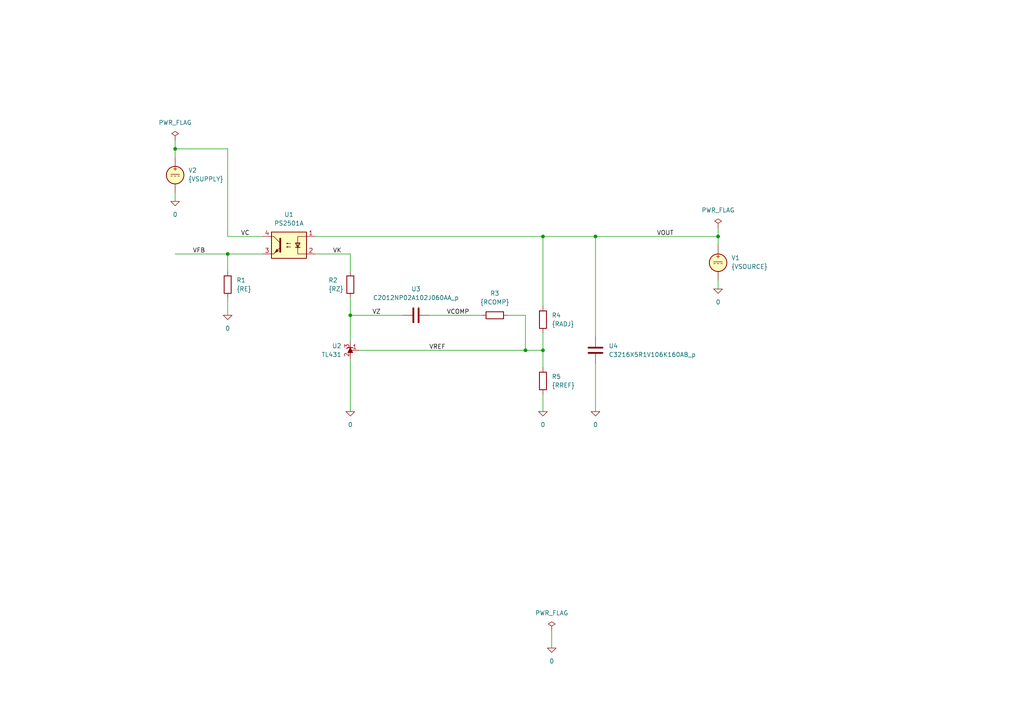
<source format=kicad_sch>
(kicad_sch
	(version 20231120)
	(generator "eeschema")
	(generator_version "8.0")
	(uuid "6ca412bc-932a-4754-b02f-e4f2e1ab4c93")
	(paper "A4")
	(title_block
		(title "Optocoupling voltage feedback")
		(date "2024-12-21")
		(rev "2")
		(company "astroelectronic@")
		(comment 1 "-")
		(comment 2 "-")
		(comment 3 "-")
		(comment 4 "AE01020431")
	)
	(lib_symbols
		(symbol "TL431:0"
			(power)
			(pin_names
				(offset 0)
			)
			(exclude_from_sim no)
			(in_bom yes)
			(on_board yes)
			(property "Reference" "#GND"
				(at 0 -2.54 0)
				(effects
					(font
						(size 1.27 1.27)
					)
					(hide yes)
				)
			)
			(property "Value" "0"
				(at 0 -1.778 0)
				(effects
					(font
						(size 1.27 1.27)
					)
				)
			)
			(property "Footprint" ""
				(at 0 0 0)
				(effects
					(font
						(size 1.27 1.27)
					)
					(hide yes)
				)
			)
			(property "Datasheet" "~"
				(at 0 0 0)
				(effects
					(font
						(size 1.27 1.27)
					)
					(hide yes)
				)
			)
			(property "Description" "0V reference potential for simulation"
				(at 0 0 0)
				(effects
					(font
						(size 1.27 1.27)
					)
					(hide yes)
				)
			)
			(property "ki_keywords" "simulation"
				(at 0 0 0)
				(effects
					(font
						(size 1.27 1.27)
					)
					(hide yes)
				)
			)
			(symbol "0_0_1"
				(polyline
					(pts
						(xy -1.27 0) (xy 0 -1.27) (xy 1.27 0) (xy -1.27 0)
					)
					(stroke
						(width 0)
						(type default)
					)
					(fill
						(type none)
					)
				)
			)
			(symbol "0_1_1"
				(pin power_in line
					(at 0 0 0)
					(length 0) hide
					(name "0"
						(effects
							(font
								(size 1.016 1.016)
							)
						)
					)
					(number "1"
						(effects
							(font
								(size 1.016 1.016)
							)
						)
					)
				)
			)
		)
		(symbol "TL431:C"
			(pin_numbers hide)
			(pin_names
				(offset 0.254)
			)
			(exclude_from_sim no)
			(in_bom yes)
			(on_board yes)
			(property "Reference" "C"
				(at 0.635 2.54 0)
				(effects
					(font
						(size 1.27 1.27)
					)
					(justify left)
				)
			)
			(property "Value" "C"
				(at 0.635 -2.54 0)
				(effects
					(font
						(size 1.27 1.27)
					)
					(justify left)
				)
			)
			(property "Footprint" ""
				(at 0.9652 -3.81 0)
				(effects
					(font
						(size 1.27 1.27)
					)
					(hide yes)
				)
			)
			(property "Datasheet" "~"
				(at 0 0 0)
				(effects
					(font
						(size 1.27 1.27)
					)
					(hide yes)
				)
			)
			(property "Description" "Unpolarized capacitor"
				(at 0 0 0)
				(effects
					(font
						(size 1.27 1.27)
					)
					(hide yes)
				)
			)
			(property "ki_keywords" "cap capacitor"
				(at 0 0 0)
				(effects
					(font
						(size 1.27 1.27)
					)
					(hide yes)
				)
			)
			(property "ki_fp_filters" "C_*"
				(at 0 0 0)
				(effects
					(font
						(size 1.27 1.27)
					)
					(hide yes)
				)
			)
			(symbol "C_0_1"
				(polyline
					(pts
						(xy -2.032 -0.762) (xy 2.032 -0.762)
					)
					(stroke
						(width 0.508)
						(type default)
					)
					(fill
						(type none)
					)
				)
				(polyline
					(pts
						(xy -2.032 0.762) (xy 2.032 0.762)
					)
					(stroke
						(width 0.508)
						(type default)
					)
					(fill
						(type none)
					)
				)
			)
			(symbol "C_1_1"
				(pin passive line
					(at 0 3.81 270)
					(length 2.794)
					(name "~"
						(effects
							(font
								(size 1.27 1.27)
							)
						)
					)
					(number "1"
						(effects
							(font
								(size 1.27 1.27)
							)
						)
					)
				)
				(pin passive line
					(at 0 -3.81 90)
					(length 2.794)
					(name "~"
						(effects
							(font
								(size 1.27 1.27)
							)
						)
					)
					(number "2"
						(effects
							(font
								(size 1.27 1.27)
							)
						)
					)
				)
			)
		)
		(symbol "TL431:PS2501A"
			(pin_names
				(offset 1.016)
			)
			(exclude_from_sim no)
			(in_bom yes)
			(on_board yes)
			(property "Reference" "U"
				(at -5.08 6.35 0)
				(effects
					(font
						(size 1.27 1.27)
					)
					(justify left)
				)
			)
			(property "Value" "PS2501A"
				(at -5.08 -6.35 0)
				(effects
					(font
						(size 1.27 1.27)
					)
					(justify left)
				)
			)
			(property "Footprint" ""
				(at 0 -8.89 0)
				(effects
					(font
						(size 1.27 1.27)
						(italic yes)
					)
					(hide yes)
				)
			)
			(property "Datasheet" "~"
				(at 0 -1.27 0)
				(effects
					(font
						(size 1.27 1.27)
					)
					(justify left)
					(hide yes)
				)
			)
			(property "Description" ""
				(at 0 0 0)
				(effects
					(font
						(size 1.27 1.27)
					)
					(hide yes)
				)
			)
			(property "ki_fp_filters" "SMDIP*W9.53mm*Clearance8mm*"
				(at 0 0 0)
				(effects
					(font
						(size 1.27 1.27)
					)
					(hide yes)
				)
			)
			(symbol "PS2501A_0_1"
				(rectangle
					(start -5.08 3.81)
					(end 5.08 -3.81)
					(stroke
						(width 0.254)
						(type default)
					)
					(fill
						(type background)
					)
				)
				(polyline
					(pts
						(xy -3.175 -0.635) (xy -1.905 -0.635)
					)
					(stroke
						(width 0.254)
						(type default)
					)
					(fill
						(type none)
					)
				)
				(polyline
					(pts
						(xy 2.54 0.635) (xy 4.445 2.54)
					)
					(stroke
						(width 0)
						(type default)
					)
					(fill
						(type none)
					)
				)
				(polyline
					(pts
						(xy 4.445 -2.54) (xy 2.54 -0.635)
					)
					(stroke
						(width 0)
						(type default)
					)
					(fill
						(type outline)
					)
				)
				(polyline
					(pts
						(xy 4.445 -2.54) (xy 5.08 -2.54)
					)
					(stroke
						(width 0)
						(type default)
					)
					(fill
						(type none)
					)
				)
				(polyline
					(pts
						(xy 4.445 2.54) (xy 5.08 2.54)
					)
					(stroke
						(width 0)
						(type default)
					)
					(fill
						(type none)
					)
				)
				(polyline
					(pts
						(xy -2.54 -0.635) (xy -2.54 -2.54) (xy -5.08 -2.54)
					)
					(stroke
						(width 0)
						(type default)
					)
					(fill
						(type none)
					)
				)
				(polyline
					(pts
						(xy 2.54 1.905) (xy 2.54 -1.905) (xy 2.54 -1.905)
					)
					(stroke
						(width 0.508)
						(type default)
					)
					(fill
						(type none)
					)
				)
				(polyline
					(pts
						(xy -5.08 2.54) (xy -2.54 2.54) (xy -2.54 -1.27) (xy -2.54 0.635)
					)
					(stroke
						(width 0)
						(type default)
					)
					(fill
						(type none)
					)
				)
				(polyline
					(pts
						(xy -2.54 -0.635) (xy -3.175 0.635) (xy -1.905 0.635) (xy -2.54 -0.635)
					)
					(stroke
						(width 0.254)
						(type default)
					)
					(fill
						(type none)
					)
				)
				(polyline
					(pts
						(xy -0.508 -0.508) (xy 0.762 -0.508) (xy 0.381 -0.635) (xy 0.381 -0.381) (xy 0.762 -0.508)
					)
					(stroke
						(width 0)
						(type default)
					)
					(fill
						(type none)
					)
				)
				(polyline
					(pts
						(xy -0.508 0.508) (xy 0.762 0.508) (xy 0.381 0.381) (xy 0.381 0.635) (xy 0.762 0.508)
					)
					(stroke
						(width 0)
						(type default)
					)
					(fill
						(type none)
					)
				)
				(polyline
					(pts
						(xy 3.048 -1.651) (xy 3.556 -1.143) (xy 4.064 -2.159) (xy 3.048 -1.651) (xy 3.048 -1.651)
					)
					(stroke
						(width 0)
						(type default)
					)
					(fill
						(type outline)
					)
				)
			)
			(symbol "PS2501A_1_1"
				(pin passive line
					(at -7.62 2.54 0)
					(length 2.54)
					(name "~"
						(effects
							(font
								(size 1.27 1.27)
							)
						)
					)
					(number "1"
						(effects
							(font
								(size 1.27 1.27)
							)
						)
					)
				)
				(pin passive line
					(at -7.62 -2.54 0)
					(length 2.54)
					(name "~"
						(effects
							(font
								(size 1.27 1.27)
							)
						)
					)
					(number "2"
						(effects
							(font
								(size 1.27 1.27)
							)
						)
					)
				)
				(pin passive line
					(at 7.62 -2.54 180)
					(length 2.54)
					(name "~"
						(effects
							(font
								(size 1.27 1.27)
							)
						)
					)
					(number "3"
						(effects
							(font
								(size 1.27 1.27)
							)
						)
					)
				)
				(pin passive line
					(at 7.62 2.54 180)
					(length 2.54)
					(name "~"
						(effects
							(font
								(size 1.27 1.27)
							)
						)
					)
					(number "4"
						(effects
							(font
								(size 1.27 1.27)
							)
						)
					)
				)
			)
		)
		(symbol "TL431:PWR_FLAG"
			(power)
			(pin_numbers hide)
			(pin_names
				(offset 0) hide)
			(exclude_from_sim no)
			(in_bom yes)
			(on_board yes)
			(property "Reference" "#FLG"
				(at 0 1.905 0)
				(effects
					(font
						(size 1.27 1.27)
					)
					(hide yes)
				)
			)
			(property "Value" "PWR_FLAG"
				(at 0 3.81 0)
				(effects
					(font
						(size 1.27 1.27)
					)
				)
			)
			(property "Footprint" ""
				(at 0 0 0)
				(effects
					(font
						(size 1.27 1.27)
					)
					(hide yes)
				)
			)
			(property "Datasheet" "~"
				(at 0 0 0)
				(effects
					(font
						(size 1.27 1.27)
					)
					(hide yes)
				)
			)
			(property "Description" "Special symbol for telling ERC where power comes from"
				(at 0 0 0)
				(effects
					(font
						(size 1.27 1.27)
					)
					(hide yes)
				)
			)
			(property "ki_keywords" "flag power"
				(at 0 0 0)
				(effects
					(font
						(size 1.27 1.27)
					)
					(hide yes)
				)
			)
			(symbol "PWR_FLAG_0_0"
				(pin power_out line
					(at 0 0 90)
					(length 0)
					(name "pwr"
						(effects
							(font
								(size 1.27 1.27)
							)
						)
					)
					(number "1"
						(effects
							(font
								(size 1.27 1.27)
							)
						)
					)
				)
			)
			(symbol "PWR_FLAG_0_1"
				(polyline
					(pts
						(xy 0 0) (xy 0 1.27) (xy -1.016 1.905) (xy 0 2.54) (xy 1.016 1.905) (xy 0 1.27)
					)
					(stroke
						(width 0)
						(type default)
					)
					(fill
						(type none)
					)
				)
			)
		)
		(symbol "TL431:R"
			(pin_numbers hide)
			(pin_names
				(offset 0)
			)
			(exclude_from_sim no)
			(in_bom yes)
			(on_board yes)
			(property "Reference" "R"
				(at 2.032 0 90)
				(effects
					(font
						(size 1.27 1.27)
					)
				)
			)
			(property "Value" "R"
				(at 0 0 90)
				(effects
					(font
						(size 1.27 1.27)
					)
				)
			)
			(property "Footprint" ""
				(at -1.778 0 90)
				(effects
					(font
						(size 1.27 1.27)
					)
					(hide yes)
				)
			)
			(property "Datasheet" "~"
				(at 0 0 0)
				(effects
					(font
						(size 1.27 1.27)
					)
					(hide yes)
				)
			)
			(property "Description" "Resistor"
				(at 0 0 0)
				(effects
					(font
						(size 1.27 1.27)
					)
					(hide yes)
				)
			)
			(property "ki_keywords" "R res resistor"
				(at 0 0 0)
				(effects
					(font
						(size 1.27 1.27)
					)
					(hide yes)
				)
			)
			(property "ki_fp_filters" "R_*"
				(at 0 0 0)
				(effects
					(font
						(size 1.27 1.27)
					)
					(hide yes)
				)
			)
			(symbol "R_0_1"
				(rectangle
					(start -1.016 -2.54)
					(end 1.016 2.54)
					(stroke
						(width 0.254)
						(type default)
					)
					(fill
						(type none)
					)
				)
			)
			(symbol "R_1_1"
				(pin passive line
					(at 0 3.81 270)
					(length 1.27)
					(name "~"
						(effects
							(font
								(size 1.27 1.27)
							)
						)
					)
					(number "1"
						(effects
							(font
								(size 1.27 1.27)
							)
						)
					)
				)
				(pin passive line
					(at 0 -3.81 90)
					(length 1.27)
					(name "~"
						(effects
							(font
								(size 1.27 1.27)
							)
						)
					)
					(number "2"
						(effects
							(font
								(size 1.27 1.27)
							)
						)
					)
				)
			)
		)
		(symbol "TL431:TL431LP"
			(pin_names hide)
			(exclude_from_sim no)
			(in_bom yes)
			(on_board yes)
			(property "Reference" "U"
				(at -2.54 2.54 0)
				(effects
					(font
						(size 1.27 1.27)
					)
				)
			)
			(property "Value" "TL431LP"
				(at 0 -2.54 0)
				(effects
					(font
						(size 1.27 1.27)
					)
				)
			)
			(property "Footprint" "Package_TO_SOT_THT:TO-92_Inline"
				(at 0 -3.81 0)
				(effects
					(font
						(size 1.27 1.27)
						(italic yes)
					)
					(hide yes)
				)
			)
			(property "Datasheet" "http://www.ti.com/lit/ds/symlink/tl431.pdf"
				(at 0 0 0)
				(effects
					(font
						(size 1.27 1.27)
						(italic yes)
					)
					(hide yes)
				)
			)
			(property "Description" "Shunt Regulator, TO-92"
				(at 0 0 0)
				(effects
					(font
						(size 1.27 1.27)
					)
					(hide yes)
				)
			)
			(property "ki_keywords" "diode device regulator shunt"
				(at 0 0 0)
				(effects
					(font
						(size 1.27 1.27)
					)
					(hide yes)
				)
			)
			(property "ki_fp_filters" "TO*92*"
				(at 0 0 0)
				(effects
					(font
						(size 1.27 1.27)
					)
					(hide yes)
				)
			)
			(symbol "TL431LP_0_1"
				(polyline
					(pts
						(xy -1.27 0) (xy 0 0) (xy 1.27 0)
					)
					(stroke
						(width 0)
						(type default)
					)
					(fill
						(type none)
					)
				)
				(polyline
					(pts
						(xy -0.762 0.762) (xy 0.762 0) (xy -0.762 -0.762)
					)
					(stroke
						(width 0)
						(type default)
					)
					(fill
						(type outline)
					)
				)
				(polyline
					(pts
						(xy 0.508 -1.016) (xy 0.762 -0.762) (xy 0.762 0.762) (xy 0.762 0.762)
					)
					(stroke
						(width 0.254)
						(type default)
					)
					(fill
						(type none)
					)
				)
			)
			(symbol "TL431LP_1_1"
				(pin passive line
					(at 0 2.54 270)
					(length 2.54)
					(name "REF"
						(effects
							(font
								(size 1.27 1.27)
							)
						)
					)
					(number "1"
						(effects
							(font
								(size 1.27 1.27)
							)
						)
					)
				)
				(pin passive line
					(at -2.54 0 0)
					(length 2.54)
					(name "A"
						(effects
							(font
								(size 1.27 1.27)
							)
						)
					)
					(number "2"
						(effects
							(font
								(size 1.27 1.27)
							)
						)
					)
				)
				(pin passive line
					(at 2.54 0 180)
					(length 2.54)
					(name "K"
						(effects
							(font
								(size 1.27 1.27)
							)
						)
					)
					(number "3"
						(effects
							(font
								(size 1.27 1.27)
							)
						)
					)
				)
			)
		)
		(symbol "TL431:VDC"
			(pin_numbers hide)
			(pin_names
				(offset 0.0254)
			)
			(exclude_from_sim no)
			(in_bom yes)
			(on_board yes)
			(property "Reference" "V"
				(at 2.54 2.54 0)
				(effects
					(font
						(size 1.27 1.27)
					)
					(justify left)
				)
			)
			(property "Value" "1"
				(at 2.54 0 0)
				(effects
					(font
						(size 1.27 1.27)
					)
					(justify left)
				)
			)
			(property "Footprint" ""
				(at 0 0 0)
				(effects
					(font
						(size 1.27 1.27)
					)
					(hide yes)
				)
			)
			(property "Datasheet" "~"
				(at 0 0 0)
				(effects
					(font
						(size 1.27 1.27)
					)
					(hide yes)
				)
			)
			(property "Description" "Voltage source, DC"
				(at 0 0 0)
				(effects
					(font
						(size 1.27 1.27)
					)
					(hide yes)
				)
			)
			(property "Sim.Pins" "1=+ 2=-"
				(at 0 0 0)
				(effects
					(font
						(size 1.27 1.27)
					)
					(hide yes)
				)
			)
			(property "Sim.Type" "DC"
				(at 0 0 0)
				(effects
					(font
						(size 1.27 1.27)
					)
					(hide yes)
				)
			)
			(property "Sim.Device" "V"
				(at 0 0 0)
				(effects
					(font
						(size 1.27 1.27)
					)
					(justify left)
					(hide yes)
				)
			)
			(property "Spice_Netlist_Enabled" "Y"
				(at 0 0 0)
				(effects
					(font
						(size 1.27 1.27)
					)
					(justify left)
					(hide yes)
				)
			)
			(property "ki_keywords" "simulation"
				(at 0 0 0)
				(effects
					(font
						(size 1.27 1.27)
					)
					(hide yes)
				)
			)
			(symbol "VDC_0_0"
				(polyline
					(pts
						(xy -1.27 0.254) (xy 1.27 0.254)
					)
					(stroke
						(width 0)
						(type default)
					)
					(fill
						(type none)
					)
				)
				(polyline
					(pts
						(xy -0.762 -0.254) (xy -1.27 -0.254)
					)
					(stroke
						(width 0)
						(type default)
					)
					(fill
						(type none)
					)
				)
				(polyline
					(pts
						(xy 0.254 -0.254) (xy -0.254 -0.254)
					)
					(stroke
						(width 0)
						(type default)
					)
					(fill
						(type none)
					)
				)
				(polyline
					(pts
						(xy 1.27 -0.254) (xy 0.762 -0.254)
					)
					(stroke
						(width 0)
						(type default)
					)
					(fill
						(type none)
					)
				)
				(text "+"
					(at 0 1.905 0)
					(effects
						(font
							(size 1.27 1.27)
						)
					)
				)
			)
			(symbol "VDC_0_1"
				(circle
					(center 0 0)
					(radius 2.54)
					(stroke
						(width 0.254)
						(type default)
					)
					(fill
						(type background)
					)
				)
			)
			(symbol "VDC_1_1"
				(pin passive line
					(at 0 5.08 270)
					(length 2.54)
					(name "~"
						(effects
							(font
								(size 1.27 1.27)
							)
						)
					)
					(number "1"
						(effects
							(font
								(size 1.27 1.27)
							)
						)
					)
				)
				(pin passive line
					(at 0 -5.08 90)
					(length 2.54)
					(name "~"
						(effects
							(font
								(size 1.27 1.27)
							)
						)
					)
					(number "2"
						(effects
							(font
								(size 1.27 1.27)
							)
						)
					)
				)
			)
		)
	)
	(junction
		(at 152.4 101.6)
		(diameter 0)
		(color 0 0 0 0)
		(uuid "09302ed7-05b3-4fa4-801a-1e60235771ed")
	)
	(junction
		(at 66.04 73.66)
		(diameter 0)
		(color 0 0 0 0)
		(uuid "7d24d10d-2d36-4d4b-a976-857104fe1371")
	)
	(junction
		(at 157.48 68.58)
		(diameter 0)
		(color 0 0 0 0)
		(uuid "7fa6ffb1-969e-4546-ab3b-fc8bbc1954e1")
	)
	(junction
		(at 101.6 91.44)
		(diameter 0)
		(color 0 0 0 0)
		(uuid "8bf56cd3-05ab-4287-af3d-6dca111adc6f")
	)
	(junction
		(at 157.48 101.6)
		(diameter 0)
		(color 0 0 0 0)
		(uuid "b87f674b-4f76-4d8b-98db-0e704406d35b")
	)
	(junction
		(at 172.72 68.58)
		(diameter 0)
		(color 0 0 0 0)
		(uuid "c6aba74b-aad0-4a5d-adfd-5e8a5e1035bd")
	)
	(junction
		(at 50.8 43.18)
		(diameter 0)
		(color 0 0 0 0)
		(uuid "df7a7e0e-90b3-420b-a320-1327d6012090")
	)
	(junction
		(at 208.28 68.58)
		(diameter 0)
		(color 0 0 0 0)
		(uuid "fd01e4ae-35c6-4ffd-b45c-5956ed097a19")
	)
	(wire
		(pts
			(xy 101.6 104.14) (xy 101.6 119.38)
		)
		(stroke
			(width 0)
			(type default)
		)
		(uuid "01b06c98-56b4-4d8c-b14c-6edcc9c8452f")
	)
	(wire
		(pts
			(xy 124.46 91.44) (xy 139.7 91.44)
		)
		(stroke
			(width 0)
			(type default)
		)
		(uuid "0a6bec4f-ab5a-4b5e-9603-a97f6ffb1e5a")
	)
	(wire
		(pts
			(xy 101.6 78.74) (xy 101.6 73.66)
		)
		(stroke
			(width 0)
			(type default)
		)
		(uuid "0f1420c1-84b2-4d21-a1b8-54cf84b3f8c7")
	)
	(wire
		(pts
			(xy 101.6 86.36) (xy 101.6 91.44)
		)
		(stroke
			(width 0)
			(type default)
		)
		(uuid "12d9524a-21b4-4e54-9438-54a189629731")
	)
	(wire
		(pts
			(xy 208.28 66.04) (xy 208.28 68.58)
		)
		(stroke
			(width 0)
			(type default)
		)
		(uuid "1fbcd2f9-6725-4252-adaa-db93187cf88a")
	)
	(wire
		(pts
			(xy 157.48 96.52) (xy 157.48 101.6)
		)
		(stroke
			(width 0)
			(type default)
		)
		(uuid "287636bd-8a2b-43a2-b288-0c81ec898012")
	)
	(wire
		(pts
			(xy 66.04 73.66) (xy 66.04 78.74)
		)
		(stroke
			(width 0)
			(type default)
		)
		(uuid "28a7b871-88b1-458d-b6e3-4e643d7bd016")
	)
	(wire
		(pts
			(xy 66.04 86.36) (xy 66.04 91.44)
		)
		(stroke
			(width 0)
			(type default)
		)
		(uuid "3301df5c-3115-4df3-b0e3-073b78afc257")
	)
	(wire
		(pts
			(xy 172.72 68.58) (xy 208.28 68.58)
		)
		(stroke
			(width 0)
			(type default)
		)
		(uuid "3394c890-95ee-44ad-811b-8ed04d01eba9")
	)
	(wire
		(pts
			(xy 50.8 45.72) (xy 50.8 43.18)
		)
		(stroke
			(width 0)
			(type default)
		)
		(uuid "3660a649-70c2-4a0d-a442-77d09e65741a")
	)
	(wire
		(pts
			(xy 152.4 101.6) (xy 157.48 101.6)
		)
		(stroke
			(width 0)
			(type default)
		)
		(uuid "443f8fb5-ae4a-43bd-8c31-a85d43ff3956")
	)
	(wire
		(pts
			(xy 101.6 91.44) (xy 116.84 91.44)
		)
		(stroke
			(width 0)
			(type default)
		)
		(uuid "4e1f91e8-fab2-4c62-9886-cba7ab5d4300")
	)
	(wire
		(pts
			(xy 50.8 55.88) (xy 50.8 58.42)
		)
		(stroke
			(width 0)
			(type default)
		)
		(uuid "4ef07fe6-ee4c-438e-924a-4f12112d86a5")
	)
	(wire
		(pts
			(xy 157.48 68.58) (xy 157.48 88.9)
		)
		(stroke
			(width 0)
			(type default)
		)
		(uuid "5891c599-34e8-4d55-be07-381718673947")
	)
	(wire
		(pts
			(xy 208.28 71.12) (xy 208.28 68.58)
		)
		(stroke
			(width 0)
			(type default)
		)
		(uuid "606e96f7-c53b-4359-a003-450182fa669f")
	)
	(wire
		(pts
			(xy 50.8 43.18) (xy 66.04 43.18)
		)
		(stroke
			(width 0)
			(type default)
		)
		(uuid "6643f03c-7d8e-4f55-ba52-9bd249f14ae2")
	)
	(wire
		(pts
			(xy 172.72 68.58) (xy 172.72 97.79)
		)
		(stroke
			(width 0)
			(type default)
		)
		(uuid "6c6ca9f1-0f7b-438f-80c3-be663b996d7d")
	)
	(wire
		(pts
			(xy 101.6 73.66) (xy 91.44 73.66)
		)
		(stroke
			(width 0)
			(type default)
		)
		(uuid "744b1793-3b21-4001-966b-2e62a867fc07")
	)
	(wire
		(pts
			(xy 91.44 68.58) (xy 157.48 68.58)
		)
		(stroke
			(width 0)
			(type default)
		)
		(uuid "7480bd32-e896-4c15-9b11-b84dacd2f492")
	)
	(wire
		(pts
			(xy 147.32 91.44) (xy 152.4 91.44)
		)
		(stroke
			(width 0)
			(type default)
		)
		(uuid "7a1bd424-7592-4bc6-bf6f-b3c45339ed22")
	)
	(wire
		(pts
			(xy 76.2 68.58) (xy 66.04 68.58)
		)
		(stroke
			(width 0)
			(type default)
		)
		(uuid "7b01abfa-49e4-4ef9-8251-c74014066291")
	)
	(wire
		(pts
			(xy 208.28 81.28) (xy 208.28 83.82)
		)
		(stroke
			(width 0)
			(type default)
		)
		(uuid "7c85c7a6-64ba-4825-b02e-f74f175f0c21")
	)
	(wire
		(pts
			(xy 172.72 105.41) (xy 172.72 119.38)
		)
		(stroke
			(width 0)
			(type default)
		)
		(uuid "8c2bec45-61aa-4f80-b03b-788429c83623")
	)
	(wire
		(pts
			(xy 152.4 91.44) (xy 152.4 101.6)
		)
		(stroke
			(width 0)
			(type default)
		)
		(uuid "92122b65-7958-4044-8604-b5d7b7e52379")
	)
	(wire
		(pts
			(xy 157.48 68.58) (xy 172.72 68.58)
		)
		(stroke
			(width 0)
			(type default)
		)
		(uuid "a014affd-34f9-4a5a-b4db-afe765e4501b")
	)
	(wire
		(pts
			(xy 157.48 114.3) (xy 157.48 119.38)
		)
		(stroke
			(width 0)
			(type default)
		)
		(uuid "a39759d5-460e-4dd7-8123-efbff7d658c8")
	)
	(wire
		(pts
			(xy 104.14 101.6) (xy 152.4 101.6)
		)
		(stroke
			(width 0)
			(type default)
		)
		(uuid "b1e2c475-1d86-479d-8c7b-03f4ade65746")
	)
	(wire
		(pts
			(xy 160.02 182.88) (xy 160.02 187.96)
		)
		(stroke
			(width 0)
			(type default)
		)
		(uuid "bb459c21-b4d6-42f3-b2d4-cfab0898e32f")
	)
	(wire
		(pts
			(xy 101.6 91.44) (xy 101.6 99.06)
		)
		(stroke
			(width 0)
			(type default)
		)
		(uuid "bf9f2540-2e5c-48a7-a75d-62ddb5d2e625")
	)
	(wire
		(pts
			(xy 76.2 73.66) (xy 66.04 73.66)
		)
		(stroke
			(width 0)
			(type default)
		)
		(uuid "ce22c3f3-72f4-4e70-9e36-d62b637a7663")
	)
	(wire
		(pts
			(xy 66.04 43.18) (xy 66.04 68.58)
		)
		(stroke
			(width 0)
			(type default)
		)
		(uuid "d5bc292c-3518-4b34-a632-d334f7da9e7d")
	)
	(wire
		(pts
			(xy 50.8 40.64) (xy 50.8 43.18)
		)
		(stroke
			(width 0)
			(type default)
		)
		(uuid "e1ea3f28-0f3e-4999-8928-c3071debde6c")
	)
	(wire
		(pts
			(xy 50.8 73.66) (xy 66.04 73.66)
		)
		(stroke
			(width 0)
			(type default)
		)
		(uuid "f286a5e3-200a-4594-a02e-47747e108fd7")
	)
	(wire
		(pts
			(xy 157.48 101.6) (xy 157.48 106.68)
		)
		(stroke
			(width 0)
			(type default)
		)
		(uuid "fdb15a8e-4f01-46b3-a7ea-008e4ef0667d")
	)
	(label "VCOMP"
		(at 129.54 91.44 0)
		(fields_autoplaced yes)
		(effects
			(font
				(size 1.27 1.27)
			)
			(justify left bottom)
		)
		(uuid "1ca251f5-934c-43e8-abf2-be327cebe94c")
	)
	(label "VK"
		(at 96.52 73.66 0)
		(fields_autoplaced yes)
		(effects
			(font
				(size 1.27 1.27)
			)
			(justify left bottom)
		)
		(uuid "2e6121e7-e12d-4056-9641-265c2055f8b8")
	)
	(label "VZ"
		(at 107.95 91.44 0)
		(fields_autoplaced yes)
		(effects
			(font
				(size 1.27 1.27)
			)
			(justify left bottom)
		)
		(uuid "3886c4ba-9519-46b7-a666-7a06185b9cff")
	)
	(label "VFB"
		(at 55.88 73.66 0)
		(fields_autoplaced yes)
		(effects
			(font
				(size 1.27 1.27)
			)
			(justify left bottom)
		)
		(uuid "80da1e38-b3ce-4bfc-8fcd-55b159a979c6")
	)
	(label "VREF"
		(at 124.46 101.6 0)
		(fields_autoplaced yes)
		(effects
			(font
				(size 1.27 1.27)
			)
			(justify left bottom)
		)
		(uuid "d8d6b905-d16e-44e3-b73d-fb706e163271")
	)
	(label "VOUT"
		(at 190.5 68.58 0)
		(fields_autoplaced yes)
		(effects
			(font
				(size 1.27 1.27)
			)
			(justify left bottom)
		)
		(uuid "e7e36aa7-dd55-4211-9931-65c3c9c20fa3")
	)
	(label "VC"
		(at 69.85 68.58 0)
		(fields_autoplaced yes)
		(effects
			(font
				(size 1.27 1.27)
			)
			(justify left bottom)
		)
		(uuid "edab2aeb-4d2f-411e-b55d-cd12fc07f351")
	)
	(symbol
		(lib_id "TL431:R")
		(at 101.6 82.55 0)
		(unit 1)
		(exclude_from_sim no)
		(in_bom yes)
		(on_board yes)
		(dnp no)
		(uuid "0a99bd9d-19fb-48c1-b3e6-516d4fe997ba")
		(property "Reference" "R2"
			(at 95.25 81.28 0)
			(effects
				(font
					(size 1.27 1.27)
				)
				(justify left)
			)
		)
		(property "Value" "{RZ}"
			(at 95.25 83.82 0)
			(effects
				(font
					(size 1.27 1.27)
				)
				(justify left)
			)
		)
		(property "Footprint" ""
			(at 99.822 82.55 90)
			(effects
				(font
					(size 1.27 1.27)
				)
				(hide yes)
			)
		)
		(property "Datasheet" "~"
			(at 101.6 82.55 0)
			(effects
				(font
					(size 1.27 1.27)
				)
				(hide yes)
			)
		)
		(property "Description" ""
			(at 101.6 82.55 0)
			(effects
				(font
					(size 1.27 1.27)
				)
				(hide yes)
			)
		)
		(pin "1"
			(uuid "f5f5fb17-291f-49b4-b82d-5c8b92bbf808")
		)
		(pin "2"
			(uuid "145affe0-c984-457e-8dff-5796a1d02858")
		)
		(instances
			(project ""
				(path "/6ca412bc-932a-4754-b02f-e4f2e1ab4c93"
					(reference "R2")
					(unit 1)
				)
			)
		)
	)
	(symbol
		(lib_id "TL431:0")
		(at 66.04 91.44 0)
		(unit 1)
		(exclude_from_sim no)
		(in_bom yes)
		(on_board yes)
		(dnp no)
		(fields_autoplaced yes)
		(uuid "0b4bd34b-c688-471f-99e8-be6cfc97227e")
		(property "Reference" "#GND03"
			(at 66.04 93.98 0)
			(effects
				(font
					(size 1.27 1.27)
				)
				(hide yes)
			)
		)
		(property "Value" "0"
			(at 66.04 95.25 0)
			(effects
				(font
					(size 1.27 1.27)
				)
			)
		)
		(property "Footprint" ""
			(at 66.04 91.44 0)
			(effects
				(font
					(size 1.27 1.27)
				)
				(hide yes)
			)
		)
		(property "Datasheet" "~"
			(at 66.04 91.44 0)
			(effects
				(font
					(size 1.27 1.27)
				)
				(hide yes)
			)
		)
		(property "Description" ""
			(at 66.04 91.44 0)
			(effects
				(font
					(size 1.27 1.27)
				)
				(hide yes)
			)
		)
		(pin "1"
			(uuid "153ddf86-94fd-4730-9b9b-1b86a5256b02")
		)
		(instances
			(project ""
				(path "/6ca412bc-932a-4754-b02f-e4f2e1ab4c93"
					(reference "#GND03")
					(unit 1)
				)
			)
		)
	)
	(symbol
		(lib_id "TL431:PWR_FLAG")
		(at 160.02 182.88 0)
		(unit 1)
		(exclude_from_sim no)
		(in_bom yes)
		(on_board yes)
		(dnp no)
		(fields_autoplaced yes)
		(uuid "223d7ec0-ed18-41c8-badf-9e88fd090308")
		(property "Reference" "#FLG0104"
			(at 160.02 180.975 0)
			(effects
				(font
					(size 1.27 1.27)
				)
				(hide yes)
			)
		)
		(property "Value" "PWR_FLAG"
			(at 160.02 177.8 0)
			(effects
				(font
					(size 1.27 1.27)
				)
			)
		)
		(property "Footprint" ""
			(at 160.02 182.88 0)
			(effects
				(font
					(size 1.27 1.27)
				)
				(hide yes)
			)
		)
		(property "Datasheet" "~"
			(at 160.02 182.88 0)
			(effects
				(font
					(size 1.27 1.27)
				)
				(hide yes)
			)
		)
		(property "Description" ""
			(at 160.02 182.88 0)
			(effects
				(font
					(size 1.27 1.27)
				)
				(hide yes)
			)
		)
		(pin "1"
			(uuid "f73156bf-d772-459f-9531-dd64063a4ba1")
		)
		(instances
			(project ""
				(path "/6ca412bc-932a-4754-b02f-e4f2e1ab4c93"
					(reference "#FLG0104")
					(unit 1)
				)
			)
		)
	)
	(symbol
		(lib_id "TL431:0")
		(at 157.48 119.38 0)
		(unit 1)
		(exclude_from_sim no)
		(in_bom yes)
		(on_board yes)
		(dnp no)
		(fields_autoplaced yes)
		(uuid "572de581-8bb0-495f-9177-aa4fdf3acf51")
		(property "Reference" "#GND06"
			(at 157.48 121.92 0)
			(effects
				(font
					(size 1.27 1.27)
				)
				(hide yes)
			)
		)
		(property "Value" "0"
			(at 157.48 123.19 0)
			(effects
				(font
					(size 1.27 1.27)
				)
			)
		)
		(property "Footprint" ""
			(at 157.48 119.38 0)
			(effects
				(font
					(size 1.27 1.27)
				)
				(hide yes)
			)
		)
		(property "Datasheet" "~"
			(at 157.48 119.38 0)
			(effects
				(font
					(size 1.27 1.27)
				)
				(hide yes)
			)
		)
		(property "Description" ""
			(at 157.48 119.38 0)
			(effects
				(font
					(size 1.27 1.27)
				)
				(hide yes)
			)
		)
		(pin "1"
			(uuid "9509901e-0dd6-4b57-ac0f-09686174205a")
		)
		(instances
			(project ""
				(path "/6ca412bc-932a-4754-b02f-e4f2e1ab4c93"
					(reference "#GND06")
					(unit 1)
				)
			)
		)
	)
	(symbol
		(lib_id "TL431:0")
		(at 208.28 83.82 0)
		(unit 1)
		(exclude_from_sim no)
		(in_bom yes)
		(on_board yes)
		(dnp no)
		(fields_autoplaced yes)
		(uuid "654f35c1-090c-490b-aa31-bf3c2a5136ff")
		(property "Reference" "#GND0101"
			(at 208.28 86.36 0)
			(effects
				(font
					(size 1.27 1.27)
				)
				(hide yes)
			)
		)
		(property "Value" "0"
			(at 208.28 87.63 0)
			(effects
				(font
					(size 1.27 1.27)
				)
			)
		)
		(property "Footprint" ""
			(at 208.28 83.82 0)
			(effects
				(font
					(size 1.27 1.27)
				)
				(hide yes)
			)
		)
		(property "Datasheet" "~"
			(at 208.28 83.82 0)
			(effects
				(font
					(size 1.27 1.27)
				)
				(hide yes)
			)
		)
		(property "Description" ""
			(at 208.28 83.82 0)
			(effects
				(font
					(size 1.27 1.27)
				)
				(hide yes)
			)
		)
		(pin "1"
			(uuid "51a99ebc-1082-43c1-bf0a-4f5d7394979e")
		)
		(instances
			(project ""
				(path "/6ca412bc-932a-4754-b02f-e4f2e1ab4c93"
					(reference "#GND0101")
					(unit 1)
				)
			)
		)
	)
	(symbol
		(lib_name "TL431:VDC")
		(lib_id "TL431:VDC")
		(at 208.28 76.2 0)
		(unit 1)
		(exclude_from_sim no)
		(in_bom yes)
		(on_board yes)
		(dnp no)
		(fields_autoplaced yes)
		(uuid "6ca5c96e-04b2-4600-9852-b4c65cdecda1")
		(property "Reference" "V1"
			(at 212.09 74.8001 0)
			(effects
				(font
					(size 1.27 1.27)
				)
				(justify left)
			)
		)
		(property "Value" "{VSOURCE}"
			(at 212.09 77.3401 0)
			(effects
				(font
					(size 1.27 1.27)
				)
				(justify left)
			)
		)
		(property "Footprint" ""
			(at 208.28 76.2 0)
			(effects
				(font
					(size 1.27 1.27)
				)
				(hide yes)
			)
		)
		(property "Datasheet" "~"
			(at 208.28 76.2 0)
			(effects
				(font
					(size 1.27 1.27)
				)
				(hide yes)
			)
		)
		(property "Description" ""
			(at 208.28 76.2 0)
			(effects
				(font
					(size 1.27 1.27)
				)
				(hide yes)
			)
		)
		(property "Sim.Device" "SPICE"
			(at 208.28 76.2 0)
			(effects
				(font
					(size 1.27 1.27)
				)
				(justify left)
				(hide yes)
			)
		)
		(property "Sim.Params" "type=\"V\" model=\"{VSOURCE}\" lib=\"\""
			(at -6.35 -31.75 0)
			(effects
				(font
					(size 1.27 1.27)
				)
				(hide yes)
			)
		)
		(property "Sim.Pins" "1=1 2=2"
			(at -6.35 -31.75 0)
			(effects
				(font
					(size 1.27 1.27)
				)
				(hide yes)
			)
		)
		(pin "1"
			(uuid "518d7699-e6ed-4032-a897-83ef6abf27ed")
		)
		(pin "2"
			(uuid "c351cb3b-1340-4f2a-b437-10c2eb7ad456")
		)
		(instances
			(project ""
				(path "/6ca412bc-932a-4754-b02f-e4f2e1ab4c93"
					(reference "V1")
					(unit 1)
				)
			)
		)
	)
	(symbol
		(lib_id "TL431:R")
		(at 157.48 110.49 0)
		(unit 1)
		(exclude_from_sim no)
		(in_bom yes)
		(on_board yes)
		(dnp no)
		(fields_autoplaced yes)
		(uuid "71a67df3-0187-415d-bf83-f11284e2ba5e")
		(property "Reference" "R5"
			(at 160.02 109.2199 0)
			(effects
				(font
					(size 1.27 1.27)
				)
				(justify left)
			)
		)
		(property "Value" "{RREF}"
			(at 160.02 111.7599 0)
			(effects
				(font
					(size 1.27 1.27)
				)
				(justify left)
			)
		)
		(property "Footprint" ""
			(at 155.702 110.49 90)
			(effects
				(font
					(size 1.27 1.27)
				)
				(hide yes)
			)
		)
		(property "Datasheet" "~"
			(at 157.48 110.49 0)
			(effects
				(font
					(size 1.27 1.27)
				)
				(hide yes)
			)
		)
		(property "Description" ""
			(at 157.48 110.49 0)
			(effects
				(font
					(size 1.27 1.27)
				)
				(hide yes)
			)
		)
		(pin "1"
			(uuid "63f3cd5b-bbe2-42ef-b96b-fccff512a60b")
		)
		(pin "2"
			(uuid "d6094ad1-e1e4-4659-8717-18a6c471ab67")
		)
		(instances
			(project ""
				(path "/6ca412bc-932a-4754-b02f-e4f2e1ab4c93"
					(reference "R5")
					(unit 1)
				)
			)
		)
	)
	(symbol
		(lib_id "TL431:PWR_FLAG")
		(at 50.8 40.64 0)
		(unit 1)
		(exclude_from_sim no)
		(in_bom yes)
		(on_board yes)
		(dnp no)
		(fields_autoplaced yes)
		(uuid "800edae4-7dce-4c3f-a340-7634c790755b")
		(property "Reference" "#FLG0102"
			(at 50.8 38.735 0)
			(effects
				(font
					(size 1.27 1.27)
				)
				(hide yes)
			)
		)
		(property "Value" "PWR_FLAG"
			(at 50.8 35.56 0)
			(effects
				(font
					(size 1.27 1.27)
				)
			)
		)
		(property "Footprint" ""
			(at 50.8 40.64 0)
			(effects
				(font
					(size 1.27 1.27)
				)
				(hide yes)
			)
		)
		(property "Datasheet" "~"
			(at 50.8 40.64 0)
			(effects
				(font
					(size 1.27 1.27)
				)
				(hide yes)
			)
		)
		(property "Description" ""
			(at 50.8 40.64 0)
			(effects
				(font
					(size 1.27 1.27)
				)
				(hide yes)
			)
		)
		(pin "1"
			(uuid "98f8a656-98c9-4402-9fcc-853813ca9446")
		)
		(instances
			(project ""
				(path "/6ca412bc-932a-4754-b02f-e4f2e1ab4c93"
					(reference "#FLG0102")
					(unit 1)
				)
			)
		)
	)
	(symbol
		(lib_id "TL431:0")
		(at 172.72 119.38 0)
		(unit 1)
		(exclude_from_sim no)
		(in_bom yes)
		(on_board yes)
		(dnp no)
		(fields_autoplaced yes)
		(uuid "8e006f6b-b6fe-45d1-931d-32ac9fe4f16a")
		(property "Reference" "#GND07"
			(at 172.72 121.92 0)
			(effects
				(font
					(size 1.27 1.27)
				)
				(hide yes)
			)
		)
		(property "Value" "0"
			(at 172.72 123.19 0)
			(effects
				(font
					(size 1.27 1.27)
				)
			)
		)
		(property "Footprint" ""
			(at 172.72 119.38 0)
			(effects
				(font
					(size 1.27 1.27)
				)
				(hide yes)
			)
		)
		(property "Datasheet" "~"
			(at 172.72 119.38 0)
			(effects
				(font
					(size 1.27 1.27)
				)
				(hide yes)
			)
		)
		(property "Description" ""
			(at 172.72 119.38 0)
			(effects
				(font
					(size 1.27 1.27)
				)
				(hide yes)
			)
		)
		(pin "1"
			(uuid "2a0023b6-0b27-4e36-8575-8c597a547453")
		)
		(instances
			(project ""
				(path "/6ca412bc-932a-4754-b02f-e4f2e1ab4c93"
					(reference "#GND07")
					(unit 1)
				)
			)
		)
	)
	(symbol
		(lib_id "TL431:C")
		(at 120.65 91.44 90)
		(unit 1)
		(exclude_from_sim no)
		(in_bom yes)
		(on_board yes)
		(dnp no)
		(fields_autoplaced yes)
		(uuid "90aec0a2-c3e1-435b-a360-1fa082d8ed79")
		(property "Reference" "U3"
			(at 120.65 83.82 90)
			(effects
				(font
					(size 1.27 1.27)
				)
			)
		)
		(property "Value" "C2012NP02A102J060AA_p"
			(at 120.65 86.36 90)
			(effects
				(font
					(size 1.27 1.27)
				)
			)
		)
		(property "Footprint" ""
			(at 124.46 90.4748 0)
			(effects
				(font
					(size 1.27 1.27)
				)
				(hide yes)
			)
		)
		(property "Datasheet" "~"
			(at 120.65 91.44 0)
			(effects
				(font
					(size 1.27 1.27)
				)
				(hide yes)
			)
		)
		(property "Description" ""
			(at 120.65 91.44 0)
			(effects
				(font
					(size 1.27 1.27)
				)
				(hide yes)
			)
		)
		(property "Sim.Device" "SUBCKT"
			(at 120.65 91.44 0)
			(effects
				(font
					(size 1.27 1.27)
				)
				(hide yes)
			)
		)
		(property "Sim.Pins" "1=n1 2=n2"
			(at -6.35 -31.75 0)
			(effects
				(font
					(size 1.27 1.27)
				)
				(hide yes)
			)
		)
		(property "Sim.Library" "C:\\AE\\TL431\\_models\\c2012np02a102j060aa_p.mod"
			(at 120.65 91.44 0)
			(effects
				(font
					(size 1.27 1.27)
				)
				(hide yes)
			)
		)
		(property "Sim.Name" "C2012NP02A102J060AA_p"
			(at 120.65 91.44 0)
			(effects
				(font
					(size 1.27 1.27)
				)
				(hide yes)
			)
		)
		(pin "1"
			(uuid "4c315ad0-4027-4ce5-a98f-0c7b21686642")
		)
		(pin "2"
			(uuid "3bc05a0b-b6b3-4847-ace5-1febd977fa5c")
		)
		(instances
			(project ""
				(path "/6ca412bc-932a-4754-b02f-e4f2e1ab4c93"
					(reference "U3")
					(unit 1)
				)
			)
		)
	)
	(symbol
		(lib_id "TL431:0")
		(at 101.6 119.38 0)
		(unit 1)
		(exclude_from_sim no)
		(in_bom yes)
		(on_board yes)
		(dnp no)
		(fields_autoplaced yes)
		(uuid "92d04692-8967-4cb9-a0cd-4eaf5b72a0f3")
		(property "Reference" "#GND04"
			(at 101.6 121.92 0)
			(effects
				(font
					(size 1.27 1.27)
				)
				(hide yes)
			)
		)
		(property "Value" "0"
			(at 101.6 123.19 0)
			(effects
				(font
					(size 1.27 1.27)
				)
			)
		)
		(property "Footprint" ""
			(at 101.6 119.38 0)
			(effects
				(font
					(size 1.27 1.27)
				)
				(hide yes)
			)
		)
		(property "Datasheet" "~"
			(at 101.6 119.38 0)
			(effects
				(font
					(size 1.27 1.27)
				)
				(hide yes)
			)
		)
		(property "Description" ""
			(at 101.6 119.38 0)
			(effects
				(font
					(size 1.27 1.27)
				)
				(hide yes)
			)
		)
		(pin "1"
			(uuid "ef1362d3-a33a-4ad3-8256-8a57d296779f")
		)
		(instances
			(project ""
				(path "/6ca412bc-932a-4754-b02f-e4f2e1ab4c93"
					(reference "#GND04")
					(unit 1)
				)
			)
		)
	)
	(symbol
		(lib_id "TL431:TL431LP")
		(at 101.6 101.6 270)
		(mirror x)
		(unit 1)
		(exclude_from_sim no)
		(in_bom yes)
		(on_board yes)
		(dnp no)
		(fields_autoplaced yes)
		(uuid "9c907923-24b6-4429-9640-ca914afe25ef")
		(property "Reference" "U2"
			(at 99.06 100.3299 90)
			(effects
				(font
					(size 1.27 1.27)
				)
				(justify right)
			)
		)
		(property "Value" "TL431"
			(at 99.06 102.8699 90)
			(effects
				(font
					(size 1.27 1.27)
				)
				(justify right)
			)
		)
		(property "Footprint" ""
			(at 97.79 101.6 0)
			(effects
				(font
					(size 1.27 1.27)
					(italic yes)
				)
				(hide yes)
			)
		)
		(property "Datasheet" "~"
			(at 101.6 101.6 0)
			(effects
				(font
					(size 1.27 1.27)
					(italic yes)
				)
				(hide yes)
			)
		)
		(property "Description" ""
			(at 101.6 101.6 0)
			(effects
				(font
					(size 1.27 1.27)
				)
				(hide yes)
			)
		)
		(property "Sim.Device" "SUBCKT"
			(at 101.6 101.6 0)
			(effects
				(font
					(size 1.27 1.27)
				)
				(hide yes)
			)
		)
		(property "Sim.Pins" "1=1 2=2 3=3"
			(at -6.35 -31.75 0)
			(effects
				(font
					(size 1.27 1.27)
				)
				(hide yes)
			)
		)
		(property "Sim.Library" "C:\\AE\\TL431\\_models\\tl431.mod"
			(at 101.6 101.6 0)
			(effects
				(font
					(size 1.27 1.27)
				)
				(hide yes)
			)
		)
		(property "Sim.Name" "TL431"
			(at 101.6 101.6 0)
			(effects
				(font
					(size 1.27 1.27)
				)
				(hide yes)
			)
		)
		(pin "1"
			(uuid "b91edb83-6090-48bf-822a-518fe89d3e29")
		)
		(pin "2"
			(uuid "0f86f290-8932-4a56-af07-398a5082d97a")
		)
		(pin "3"
			(uuid "1a33131d-0c1c-4991-8dc9-09b1edb1b250")
		)
		(instances
			(project ""
				(path "/6ca412bc-932a-4754-b02f-e4f2e1ab4c93"
					(reference "U2")
					(unit 1)
				)
			)
		)
	)
	(symbol
		(lib_id "TL431:R")
		(at 143.51 91.44 90)
		(unit 1)
		(exclude_from_sim no)
		(in_bom yes)
		(on_board yes)
		(dnp no)
		(fields_autoplaced yes)
		(uuid "a2c214cb-b4f3-4e53-b5a4-2ef2cf9f7642")
		(property "Reference" "R3"
			(at 143.51 85.09 90)
			(effects
				(font
					(size 1.27 1.27)
				)
			)
		)
		(property "Value" "{RCOMP}"
			(at 143.51 87.63 90)
			(effects
				(font
					(size 1.27 1.27)
				)
			)
		)
		(property "Footprint" ""
			(at 143.51 93.218 90)
			(effects
				(font
					(size 1.27 1.27)
				)
				(hide yes)
			)
		)
		(property "Datasheet" "~"
			(at 143.51 91.44 0)
			(effects
				(font
					(size 1.27 1.27)
				)
				(hide yes)
			)
		)
		(property "Description" ""
			(at 143.51 91.44 0)
			(effects
				(font
					(size 1.27 1.27)
				)
				(hide yes)
			)
		)
		(pin "1"
			(uuid "444f227f-42b5-4502-ba68-97b3deeb35ff")
		)
		(pin "2"
			(uuid "f805c00c-6a0c-41bf-92c1-16d92ae7f498")
		)
		(instances
			(project ""
				(path "/6ca412bc-932a-4754-b02f-e4f2e1ab4c93"
					(reference "R3")
					(unit 1)
				)
			)
		)
	)
	(symbol
		(lib_id "TL431:C")
		(at 172.72 101.6 180)
		(unit 1)
		(exclude_from_sim no)
		(in_bom yes)
		(on_board yes)
		(dnp no)
		(fields_autoplaced yes)
		(uuid "bfc0b7bd-8a8f-418e-9c27-83a57ac3972e")
		(property "Reference" "U4"
			(at 176.53 100.3299 0)
			(effects
				(font
					(size 1.27 1.27)
				)
				(justify right)
			)
		)
		(property "Value" "C3216X5R1V106K160AB_p"
			(at 176.53 102.8699 0)
			(effects
				(font
					(size 1.27 1.27)
				)
				(justify right)
			)
		)
		(property "Footprint" ""
			(at 171.7548 97.79 0)
			(effects
				(font
					(size 1.27 1.27)
				)
				(hide yes)
			)
		)
		(property "Datasheet" "~"
			(at 172.72 101.6 0)
			(effects
				(font
					(size 1.27 1.27)
				)
				(hide yes)
			)
		)
		(property "Description" ""
			(at 172.72 101.6 0)
			(effects
				(font
					(size 1.27 1.27)
				)
				(hide yes)
			)
		)
		(property "Sim.Device" "SUBCKT"
			(at 172.72 101.6 0)
			(effects
				(font
					(size 1.27 1.27)
				)
				(hide yes)
			)
		)
		(property "Sim.Pins" "1=n1 2=n2"
			(at -6.35 -31.75 0)
			(effects
				(font
					(size 1.27 1.27)
				)
				(hide yes)
			)
		)
		(property "Sim.Library" "C:\\AE\\TL431\\_models\\c3216x5r1v106k160ab_p.mod"
			(at 172.72 101.6 0)
			(effects
				(font
					(size 1.27 1.27)
				)
				(hide yes)
			)
		)
		(property "Sim.Name" "C3216X5R1V106K160AB_p"
			(at 172.72 101.6 0)
			(effects
				(font
					(size 1.27 1.27)
				)
				(hide yes)
			)
		)
		(pin "1"
			(uuid "36589130-232e-4641-9205-0bfc9775d7a5")
		)
		(pin "2"
			(uuid "bee1e979-6e48-487b-bfd8-ce77fa4faa81")
		)
		(instances
			(project ""
				(path "/6ca412bc-932a-4754-b02f-e4f2e1ab4c93"
					(reference "U4")
					(unit 1)
				)
			)
		)
	)
	(symbol
		(lib_id "TL431:PS2501A")
		(at 83.82 71.12 0)
		(mirror y)
		(unit 1)
		(exclude_from_sim no)
		(in_bom yes)
		(on_board yes)
		(dnp no)
		(fields_autoplaced yes)
		(uuid "cb9a0a61-3ddb-4c68-bcb9-48e9d72139f5")
		(property "Reference" "U1"
			(at 83.82 62.23 0)
			(effects
				(font
					(size 1.27 1.27)
				)
			)
		)
		(property "Value" "PS2501A"
			(at 83.82 64.77 0)
			(effects
				(font
					(size 1.27 1.27)
				)
			)
		)
		(property "Footprint" ""
			(at 83.82 80.01 0)
			(effects
				(font
					(size 1.27 1.27)
					(italic yes)
				)
				(hide yes)
			)
		)
		(property "Datasheet" "~"
			(at 83.82 72.39 0)
			(effects
				(font
					(size 1.27 1.27)
				)
				(justify left)
				(hide yes)
			)
		)
		(property "Description" ""
			(at 83.82 71.12 0)
			(effects
				(font
					(size 1.27 1.27)
				)
				(hide yes)
			)
		)
		(property "Sim.Device" "SUBCKT"
			(at 83.82 71.12 0)
			(effects
				(font
					(size 1.27 1.27)
				)
				(hide yes)
			)
		)
		(property "Sim.Pins" "1=A 2=K 3=E 4=C"
			(at -6.35 -31.75 0)
			(effects
				(font
					(size 1.27 1.27)
				)
				(hide yes)
			)
		)
		(property "Sim.Library" "C:\\AE\\TL431\\_models\\ps2501a.lib"
			(at 83.82 71.12 0)
			(effects
				(font
					(size 1.27 1.27)
				)
				(hide yes)
			)
		)
		(property "Sim.Name" "PS2501A"
			(at 83.82 71.12 0)
			(effects
				(font
					(size 1.27 1.27)
				)
				(hide yes)
			)
		)
		(pin "1"
			(uuid "7ded31fa-5c35-412f-a62e-df48aa05c9b7")
		)
		(pin "2"
			(uuid "ab68de52-cbc3-4c80-9c15-bc09999adcde")
		)
		(pin "3"
			(uuid "b5d6dda1-521f-4aad-9cac-97b6554de8d6")
		)
		(pin "4"
			(uuid "934c701e-1fb2-4c18-8c89-5cce835688e4")
		)
		(instances
			(project ""
				(path "/6ca412bc-932a-4754-b02f-e4f2e1ab4c93"
					(reference "U1")
					(unit 1)
				)
			)
		)
	)
	(symbol
		(lib_id "TL431:0")
		(at 50.8 58.42 0)
		(unit 1)
		(exclude_from_sim no)
		(in_bom yes)
		(on_board yes)
		(dnp no)
		(fields_autoplaced yes)
		(uuid "ceb138cf-832a-4199-8142-15ad09d01284")
		(property "Reference" "#GND02"
			(at 50.8 60.96 0)
			(effects
				(font
					(size 1.27 1.27)
				)
				(hide yes)
			)
		)
		(property "Value" "0"
			(at 50.8 62.23 0)
			(effects
				(font
					(size 1.27 1.27)
				)
			)
		)
		(property "Footprint" ""
			(at 50.8 58.42 0)
			(effects
				(font
					(size 1.27 1.27)
				)
				(hide yes)
			)
		)
		(property "Datasheet" "~"
			(at 50.8 58.42 0)
			(effects
				(font
					(size 1.27 1.27)
				)
				(hide yes)
			)
		)
		(property "Description" ""
			(at 50.8 58.42 0)
			(effects
				(font
					(size 1.27 1.27)
				)
				(hide yes)
			)
		)
		(pin "1"
			(uuid "04aac1bc-1ccc-43a8-b5ad-c5feab01bd75")
		)
		(instances
			(project ""
				(path "/6ca412bc-932a-4754-b02f-e4f2e1ab4c93"
					(reference "#GND02")
					(unit 1)
				)
			)
		)
	)
	(symbol
		(lib_id "TL431:PWR_FLAG")
		(at 208.28 66.04 0)
		(unit 1)
		(exclude_from_sim no)
		(in_bom yes)
		(on_board yes)
		(dnp no)
		(fields_autoplaced yes)
		(uuid "e5fa9cda-fb66-4e70-bf46-4dea862f14fb")
		(property "Reference" "#FLG0101"
			(at 208.28 64.135 0)
			(effects
				(font
					(size 1.27 1.27)
				)
				(hide yes)
			)
		)
		(property "Value" "PWR_FLAG"
			(at 208.28 60.96 0)
			(effects
				(font
					(size 1.27 1.27)
				)
			)
		)
		(property "Footprint" ""
			(at 208.28 66.04 0)
			(effects
				(font
					(size 1.27 1.27)
				)
				(hide yes)
			)
		)
		(property "Datasheet" "~"
			(at 208.28 66.04 0)
			(effects
				(font
					(size 1.27 1.27)
				)
				(hide yes)
			)
		)
		(property "Description" ""
			(at 208.28 66.04 0)
			(effects
				(font
					(size 1.27 1.27)
				)
				(hide yes)
			)
		)
		(pin "1"
			(uuid "8259c6f8-78eb-4c40-b203-98ac4f0b96a1")
		)
		(instances
			(project ""
				(path "/6ca412bc-932a-4754-b02f-e4f2e1ab4c93"
					(reference "#FLG0101")
					(unit 1)
				)
			)
		)
	)
	(symbol
		(lib_id "TL431:R")
		(at 66.04 82.55 0)
		(unit 1)
		(exclude_from_sim no)
		(in_bom yes)
		(on_board yes)
		(dnp no)
		(fields_autoplaced yes)
		(uuid "e79c220e-1f2c-4f4a-9334-a4a44daefe17")
		(property "Reference" "R1"
			(at 68.58 81.2799 0)
			(effects
				(font
					(size 1.27 1.27)
				)
				(justify left)
			)
		)
		(property "Value" "{RE}"
			(at 68.58 83.8199 0)
			(effects
				(font
					(size 1.27 1.27)
				)
				(justify left)
			)
		)
		(property "Footprint" ""
			(at 64.262 82.55 90)
			(effects
				(font
					(size 1.27 1.27)
				)
				(hide yes)
			)
		)
		(property "Datasheet" "~"
			(at 66.04 82.55 0)
			(effects
				(font
					(size 1.27 1.27)
				)
				(hide yes)
			)
		)
		(property "Description" ""
			(at 66.04 82.55 0)
			(effects
				(font
					(size 1.27 1.27)
				)
				(hide yes)
			)
		)
		(pin "1"
			(uuid "6e0982d4-9f71-433c-8826-bc3569c2ac93")
		)
		(pin "2"
			(uuid "7fd9e4b9-9ad8-4a34-9c29-d1486560aae9")
		)
		(instances
			(project ""
				(path "/6ca412bc-932a-4754-b02f-e4f2e1ab4c93"
					(reference "R1")
					(unit 1)
				)
			)
		)
	)
	(symbol
		(lib_id "TL431:0")
		(at 160.02 187.96 0)
		(unit 1)
		(exclude_from_sim no)
		(in_bom yes)
		(on_board yes)
		(dnp no)
		(fields_autoplaced yes)
		(uuid "eb417d5d-36f5-4e1d-801d-ed3a5a297791")
		(property "Reference" "#GND05"
			(at 160.02 190.5 0)
			(effects
				(font
					(size 1.27 1.27)
				)
				(hide yes)
			)
		)
		(property "Value" "0"
			(at 160.02 191.77 0)
			(effects
				(font
					(size 1.27 1.27)
				)
			)
		)
		(property "Footprint" ""
			(at 160.02 187.96 0)
			(effects
				(font
					(size 1.27 1.27)
				)
				(hide yes)
			)
		)
		(property "Datasheet" "~"
			(at 160.02 187.96 0)
			(effects
				(font
					(size 1.27 1.27)
				)
				(hide yes)
			)
		)
		(property "Description" ""
			(at 160.02 187.96 0)
			(effects
				(font
					(size 1.27 1.27)
				)
				(hide yes)
			)
		)
		(pin "1"
			(uuid "8aa81075-d63b-444f-8c9c-f819e10ff91c")
		)
		(instances
			(project ""
				(path "/6ca412bc-932a-4754-b02f-e4f2e1ab4c93"
					(reference "#GND05")
					(unit 1)
				)
			)
		)
	)
	(symbol
		(lib_id "TL431:R")
		(at 157.48 92.71 0)
		(unit 1)
		(exclude_from_sim no)
		(in_bom yes)
		(on_board yes)
		(dnp no)
		(fields_autoplaced yes)
		(uuid "f00b80da-fe63-4778-a5a0-d51e83640d75")
		(property "Reference" "R4"
			(at 160.02 91.4399 0)
			(effects
				(font
					(size 1.27 1.27)
				)
				(justify left)
			)
		)
		(property "Value" "{RADJ}"
			(at 160.02 93.9799 0)
			(effects
				(font
					(size 1.27 1.27)
				)
				(justify left)
			)
		)
		(property "Footprint" ""
			(at 155.702 92.71 90)
			(effects
				(font
					(size 1.27 1.27)
				)
				(hide yes)
			)
		)
		(property "Datasheet" "~"
			(at 157.48 92.71 0)
			(effects
				(font
					(size 1.27 1.27)
				)
				(hide yes)
			)
		)
		(property "Description" ""
			(at 157.48 92.71 0)
			(effects
				(font
					(size 1.27 1.27)
				)
				(hide yes)
			)
		)
		(pin "1"
			(uuid "57465584-9c7d-4302-95be-a53e51a6b4b2")
		)
		(pin "2"
			(uuid "b908c3cb-0aeb-4eca-a466-2e65fe905e82")
		)
		(instances
			(project ""
				(path "/6ca412bc-932a-4754-b02f-e4f2e1ab4c93"
					(reference "R4")
					(unit 1)
				)
			)
		)
	)
	(symbol
		(lib_name "TL431:VDC")
		(lib_id "TL431:VDC")
		(at 50.8 50.8 0)
		(unit 1)
		(exclude_from_sim no)
		(in_bom yes)
		(on_board yes)
		(dnp no)
		(fields_autoplaced yes)
		(uuid "fdf6b8e7-03c0-4c4b-bfcd-be43a9b75e7e")
		(property "Reference" "V2"
			(at 54.61 49.4001 0)
			(effects
				(font
					(size 1.27 1.27)
				)
				(justify left)
			)
		)
		(property "Value" "{VSUPPLY}"
			(at 54.61 51.9401 0)
			(effects
				(font
					(size 1.27 1.27)
				)
				(justify left)
			)
		)
		(property "Footprint" ""
			(at 50.8 50.8 0)
			(effects
				(font
					(size 1.27 1.27)
				)
				(hide yes)
			)
		)
		(property "Datasheet" "~"
			(at 50.8 50.8 0)
			(effects
				(font
					(size 1.27 1.27)
				)
				(hide yes)
			)
		)
		(property "Description" ""
			(at 50.8 50.8 0)
			(effects
				(font
					(size 1.27 1.27)
				)
				(hide yes)
			)
		)
		(property "Sim.Device" "SPICE"
			(at 50.8 50.8 0)
			(effects
				(font
					(size 1.27 1.27)
				)
				(justify left)
				(hide yes)
			)
		)
		(property "Sim.Params" "type=\"V\" model=\"{VSUPPLY}\" lib=\"\""
			(at -6.35 -31.75 0)
			(effects
				(font
					(size 1.27 1.27)
				)
				(hide yes)
			)
		)
		(property "Sim.Pins" "1=1 2=2"
			(at -6.35 -31.75 0)
			(effects
				(font
					(size 1.27 1.27)
				)
				(hide yes)
			)
		)
		(pin "1"
			(uuid "2afaf15b-8606-4ade-a91a-0157bdb126cb")
		)
		(pin "2"
			(uuid "f2cc9600-c247-4f66-bba3-204824c593a1")
		)
		(instances
			(project ""
				(path "/6ca412bc-932a-4754-b02f-e4f2e1ab4c93"
					(reference "V2")
					(unit 1)
				)
			)
		)
	)
	(sheet_instances
		(path "/"
			(page "1")
		)
	)
)

</source>
